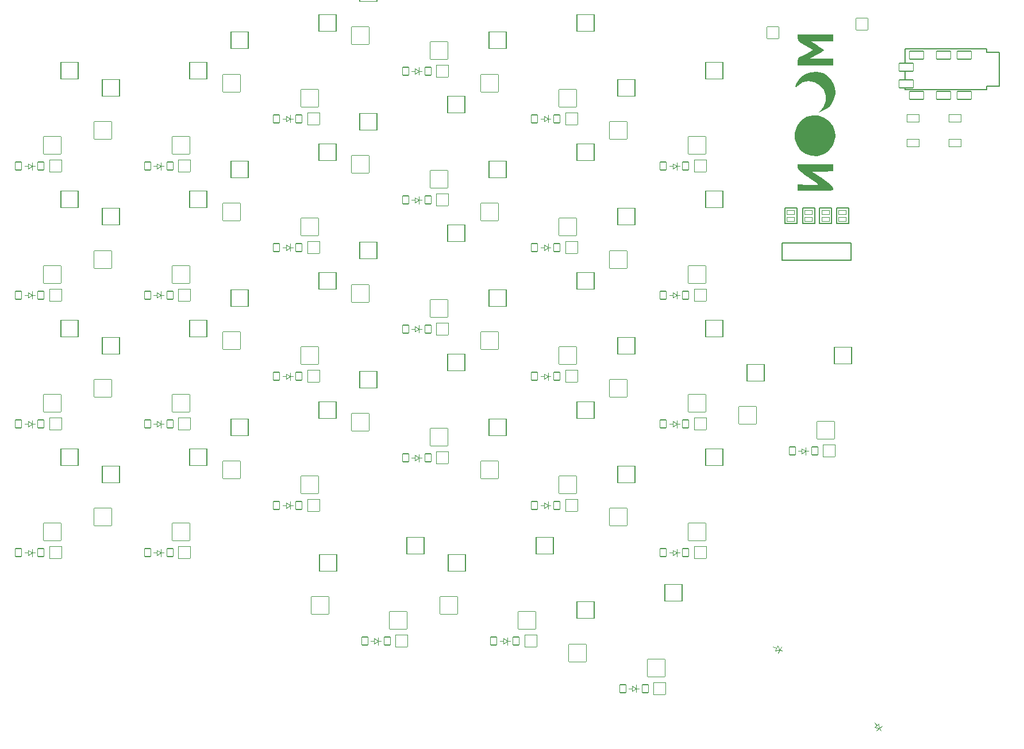
<source format=gbr>
%TF.GenerationSoftware,KiCad,Pcbnew,(6.0.10)*%
%TF.CreationDate,2023-02-13T20:56:48+01:00*%
%TF.ProjectId,insequor58_Moon60NOi2c,696e7365-7175-46f7-9235-38484d6f6f6e,v1.0.0*%
%TF.SameCoordinates,Original*%
%TF.FileFunction,Legend,Bot*%
%TF.FilePolarity,Positive*%
%FSLAX46Y46*%
G04 Gerber Fmt 4.6, Leading zero omitted, Abs format (unit mm)*
G04 Created by KiCad (PCBNEW (6.0.10)) date 2023-02-13 20:56:48*
%MOMM*%
%LPD*%
G01*
G04 APERTURE LIST*
G04 Aperture macros list*
%AMRoundRect*
0 Rectangle with rounded corners*
0 $1 Rounding radius*
0 $2 $3 $4 $5 $6 $7 $8 $9 X,Y pos of 4 corners*
0 Add a 4 corners polygon primitive as box body*
4,1,4,$2,$3,$4,$5,$6,$7,$8,$9,$2,$3,0*
0 Add four circle primitives for the rounded corners*
1,1,$1+$1,$2,$3*
1,1,$1+$1,$4,$5*
1,1,$1+$1,$6,$7*
1,1,$1+$1,$8,$9*
0 Add four rect primitives between the rounded corners*
20,1,$1+$1,$2,$3,$4,$5,0*
20,1,$1+$1,$4,$5,$6,$7,0*
20,1,$1+$1,$6,$7,$8,$9,0*
20,1,$1+$1,$8,$9,$2,$3,0*%
G04 Aperture macros list end*
%ADD10C,0.150000*%
%ADD11C,0.100000*%
%ADD12R,1.752600X1.752600*%
%ADD13C,1.752600*%
%ADD14C,4.087800*%
%ADD15C,1.801800*%
%ADD16C,3.100000*%
%ADD17RoundRect,0.050000X1.275000X1.250000X-1.275000X1.250000X-1.275000X-1.250000X1.275000X-1.250000X0*%
%ADD18C,1.497000*%
%ADD19C,3.529000*%
%ADD20RoundRect,0.050000X1.300000X1.300000X-1.300000X1.300000X-1.300000X-1.300000X1.300000X-1.300000X0*%
%ADD21RoundRect,0.050000X0.748881X0.040953X0.170372X0.730393X-0.748881X-0.040953X-0.170372X-0.730393X0*%
%ADD22C,2.005000*%
%ADD23RoundRect,0.050000X1.252452X-0.109575X0.109575X1.252452X-1.252452X0.109575X-0.109575X-1.252452X0*%
%ADD24C,3.600000*%
%ADD25RoundRect,0.050000X1.727604X0.628796X-0.628796X1.727604X-1.727604X-0.628796X0.628796X-1.727604X0*%
%ADD26RoundRect,0.050000X1.831482X-0.160234X0.160234X1.831482X-1.831482X0.160234X-0.160234X-1.831482X0*%
%ADD27RoundRect,0.050000X0.661409X0.353606X-0.154268X0.733963X-0.661409X-0.353606X0.154268X-0.733963X0*%
%ADD28RoundRect,0.050000X1.181415X0.430000X-0.430000X1.181415X-1.181415X-0.430000X0.430000X-1.181415X0*%
%ADD29C,1.300000*%
%ADD30RoundRect,0.050000X-1.050000X0.600000X-1.050000X-0.600000X1.050000X-0.600000X1.050000X0.600000X0*%
%ADD31RoundRect,0.050000X1.683815X0.594046X-0.627270X1.671723X-1.683815X-0.594046X0.627270X-1.671723X0*%
%ADD32RoundRect,0.050000X-0.876300X0.876300X-0.876300X-0.876300X0.876300X-0.876300X0.876300X0.876300X0*%
%ADD33C,1.852600*%
%ADD34RoundRect,0.050000X1.777110X-0.173222X0.138001X1.780191X-1.777110X0.173222X-0.138001X-1.780191X0*%
%ADD35RoundRect,0.050000X0.450000X0.600000X-0.450000X0.600000X-0.450000X-0.600000X0.450000X-0.600000X0*%
%ADD36RoundRect,0.050000X0.889000X0.889000X-0.889000X0.889000X-0.889000X-0.889000X0.889000X-0.889000X0*%
%ADD37RoundRect,0.050000X0.571500X-0.317500X0.571500X0.317500X-0.571500X0.317500X-0.571500X-0.317500X0*%
%ADD38RoundRect,0.050000X-0.900000X-0.550000X0.900000X-0.550000X0.900000X0.550000X-0.900000X0.550000X0*%
G04 APERTURE END LIST*
D10*
%TO.C,J3*%
X241837874Y-125794604D02*
X251997874Y-125794604D01*
X241837874Y-128334604D02*
X241837874Y-125794604D01*
X251997874Y-125794604D02*
X251997874Y-128334604D01*
X251997874Y-128334604D02*
X241837874Y-128334604D01*
D11*
%TO.C,D30*%
X255730583Y-196862718D02*
X255409189Y-196479696D01*
X256373371Y-197628762D02*
X256116256Y-197322345D01*
X256037001Y-196605603D02*
X256116256Y-197322345D01*
X256116256Y-197322345D02*
X255424165Y-197119833D01*
X256116256Y-197322345D02*
X256537580Y-196968811D01*
X255424165Y-197119833D02*
X256037001Y-196605603D01*
X256116256Y-197322345D02*
X255694931Y-197675878D01*
%TO.C,D29*%
X241473644Y-185744686D02*
X240760812Y-185853639D01*
X241473644Y-185744686D02*
X241706084Y-185246217D01*
X241836167Y-185913734D02*
X241473644Y-185744686D01*
X241098906Y-185128592D02*
X241473644Y-185744686D01*
X241473644Y-185744686D02*
X241241204Y-186243156D01*
X240929859Y-185491115D02*
X240476705Y-185279806D01*
X240760812Y-185853639D02*
X241098906Y-185128592D01*
D10*
%TO.C,J2*%
X273797619Y-97720787D02*
X273797619Y-102670787D01*
X271897619Y-97670787D02*
X273797619Y-97670787D01*
X271897619Y-103170787D02*
X259897619Y-103170787D01*
X259897619Y-103170787D02*
X259897619Y-97170787D01*
X271897619Y-103170787D02*
X271897619Y-102670787D01*
X271897619Y-102670787D02*
X273797619Y-102670787D01*
X271897619Y-97170787D02*
X271897619Y-97670787D01*
X259897619Y-97170787D02*
X271897619Y-97170787D01*
D11*
%TO.C,D22*%
X226710000Y-152440000D02*
X226310000Y-152440000D01*
X226310000Y-152440000D02*
X226310000Y-152990000D01*
X226310000Y-152440000D02*
X225710000Y-152040000D01*
X226310000Y-152440000D02*
X226310000Y-151890000D01*
X225710000Y-152440000D02*
X225210000Y-152440000D01*
X225710000Y-152840000D02*
X226310000Y-152440000D01*
X225710000Y-152040000D02*
X225710000Y-152840000D01*
%TO.C,D18*%
X207310000Y-145440000D02*
X206710000Y-145040000D01*
X206710000Y-145040000D02*
X206710000Y-145840000D01*
X207710000Y-145440000D02*
X207310000Y-145440000D01*
X206710000Y-145840000D02*
X207310000Y-145440000D01*
X207310000Y-145440000D02*
X207310000Y-144890000D01*
X207310000Y-145440000D02*
X207310000Y-145990000D01*
X206710000Y-145440000D02*
X206210000Y-145440000D01*
%TO.C,D8*%
X149710000Y-114040000D02*
X149710000Y-114840000D01*
X150310000Y-114440000D02*
X150310000Y-113890000D01*
X149710000Y-114840000D02*
X150310000Y-114440000D01*
X149710000Y-114440000D02*
X149210000Y-114440000D01*
X150710000Y-114440000D02*
X150310000Y-114440000D01*
X150310000Y-114440000D02*
X150310000Y-114990000D01*
X150310000Y-114440000D02*
X149710000Y-114040000D01*
%TO.C,D3*%
X131310000Y-133440000D02*
X131310000Y-132890000D01*
X131710000Y-133440000D02*
X131310000Y-133440000D01*
X130710000Y-133040000D02*
X130710000Y-133840000D01*
X131310000Y-133440000D02*
X130710000Y-133040000D01*
X130710000Y-133440000D02*
X130210000Y-133440000D01*
X130710000Y-133840000D02*
X131310000Y-133440000D01*
X131310000Y-133440000D02*
X131310000Y-133990000D01*
%TO.C,D25*%
X182710000Y-184440000D02*
X182310000Y-184440000D01*
X181710000Y-184840000D02*
X182310000Y-184440000D01*
X181710000Y-184440000D02*
X181210000Y-184440000D01*
X182310000Y-184440000D02*
X182310000Y-184990000D01*
X181710000Y-184040000D02*
X181710000Y-184840000D01*
X182310000Y-184440000D02*
X181710000Y-184040000D01*
X182310000Y-184440000D02*
X182310000Y-183890000D01*
D10*
%TO.C,JP4*%
X251598085Y-122912440D02*
X251598085Y-120626440D01*
X249820085Y-122912440D02*
X251598085Y-122912440D01*
X251598085Y-120626440D02*
X249820085Y-120626440D01*
X249820085Y-120626440D02*
X249820085Y-122912440D01*
D11*
%TO.C,D17*%
X206710000Y-164040000D02*
X206710000Y-164840000D01*
X206710000Y-164840000D02*
X207310000Y-164440000D01*
X207310000Y-164440000D02*
X206710000Y-164040000D01*
X207310000Y-164440000D02*
X207310000Y-164990000D01*
X207310000Y-164440000D02*
X207310000Y-163890000D01*
X206710000Y-164440000D02*
X206210000Y-164440000D01*
X207710000Y-164440000D02*
X207310000Y-164440000D01*
%TO.C,D27*%
X219710000Y-191840000D02*
X220310000Y-191440000D01*
X219710000Y-191040000D02*
X219710000Y-191840000D01*
X220310000Y-191440000D02*
X219710000Y-191040000D01*
X220310000Y-191440000D02*
X220310000Y-190890000D01*
X220310000Y-191440000D02*
X220310000Y-191990000D01*
X220710000Y-191440000D02*
X220310000Y-191440000D01*
X219710000Y-191440000D02*
X219210000Y-191440000D01*
%TO.C,D2*%
X131710000Y-152440000D02*
X131310000Y-152440000D01*
X130710000Y-152440000D02*
X130210000Y-152440000D01*
X131310000Y-152440000D02*
X131310000Y-152990000D01*
X130710000Y-152840000D02*
X131310000Y-152440000D01*
X130710000Y-152040000D02*
X130710000Y-152840000D01*
X131310000Y-152440000D02*
X131310000Y-151890000D01*
X131310000Y-152440000D02*
X130710000Y-152040000D01*
D10*
%TO.C,JP2*%
X244819849Y-122912111D02*
X246597849Y-122912111D01*
X246597849Y-120626111D02*
X244819849Y-120626111D01*
X246597849Y-122912111D02*
X246597849Y-120626111D01*
X244819849Y-120626111D02*
X244819849Y-122912111D01*
D11*
%TO.C,D5*%
X150310000Y-171440000D02*
X149710000Y-171040000D01*
X149710000Y-171040000D02*
X149710000Y-171840000D01*
X149710000Y-171840000D02*
X150310000Y-171440000D01*
X150710000Y-171440000D02*
X150310000Y-171440000D01*
X149710000Y-171440000D02*
X149210000Y-171440000D01*
X150310000Y-171440000D02*
X150310000Y-171990000D01*
X150310000Y-171440000D02*
X150310000Y-170890000D01*
%TO.C,D20*%
X206710000Y-107840000D02*
X207310000Y-107440000D01*
X206710000Y-107440000D02*
X206210000Y-107440000D01*
X206710000Y-107040000D02*
X206710000Y-107840000D01*
X207310000Y-107440000D02*
X207310000Y-107990000D01*
X207310000Y-107440000D02*
X207310000Y-106890000D01*
X207710000Y-107440000D02*
X207310000Y-107440000D01*
X207310000Y-107440000D02*
X206710000Y-107040000D01*
D10*
%TO.C,JP3*%
X249097849Y-120626111D02*
X247319849Y-120626111D01*
X247319849Y-122912111D02*
X249097849Y-122912111D01*
X249097849Y-122912111D02*
X249097849Y-120626111D01*
X247319849Y-120626111D02*
X247319849Y-122912111D01*
%TO.C,G\u002A\u002A\u002A*%
G36*
X247173862Y-106981362D02*
G01*
X248003380Y-107266741D01*
X248732287Y-107805749D01*
X249298676Y-108598387D01*
X249401281Y-108823941D01*
X249600528Y-109433045D01*
X249679676Y-109958141D01*
X249665552Y-110149182D01*
X249530472Y-110733259D01*
X249298676Y-111317894D01*
X249175516Y-111540135D01*
X248562631Y-112269275D01*
X247802726Y-112744786D01*
X246957710Y-112966667D01*
X246089489Y-112934919D01*
X245259971Y-112649540D01*
X244531064Y-112110532D01*
X243964675Y-111317894D01*
X243643759Y-110405810D01*
X243642299Y-109518520D01*
X243964675Y-108598387D01*
X244087835Y-108376146D01*
X244700720Y-107647006D01*
X245460625Y-107171495D01*
X246305641Y-106949614D01*
X247173862Y-106981362D01*
G37*
G36*
X247773917Y-100735932D02*
G01*
X248419091Y-101067448D01*
X248951138Y-101553185D01*
X249361205Y-102253474D01*
X249414529Y-102378375D01*
X249598095Y-102979017D01*
X249672238Y-103523474D01*
X249638874Y-103875488D01*
X249437788Y-104585920D01*
X249110981Y-105265637D01*
X248723727Y-105760682D01*
X248660026Y-105812901D01*
X248243338Y-106078068D01*
X247737621Y-106326181D01*
X247077962Y-106601804D01*
X247608466Y-105997593D01*
X247853568Y-105679037D01*
X248214725Y-104869727D01*
X248256884Y-104040629D01*
X247983251Y-103244260D01*
X247397032Y-102533136D01*
X247301965Y-102453329D01*
X246524012Y-102021977D01*
X245690601Y-101894230D01*
X244870883Y-102069768D01*
X244134009Y-102548271D01*
X243992025Y-102675213D01*
X243803588Y-102780567D01*
X243753009Y-102646699D01*
X243874137Y-102230594D01*
X244219909Y-101720184D01*
X244712098Y-101231193D01*
X245271922Y-100856474D01*
X245976845Y-100580947D01*
X246865560Y-100499979D01*
X247773917Y-100735932D01*
G37*
G36*
X249341009Y-96072807D02*
G01*
X246049605Y-96072807D01*
X247017974Y-96678525D01*
X247022265Y-96681211D01*
X247508056Y-96993631D01*
X247854319Y-97232412D01*
X247986342Y-97346053D01*
X247984703Y-97350429D01*
X247821970Y-97472200D01*
X247445006Y-97706761D01*
X246928009Y-98007723D01*
X245869676Y-98607585D01*
X247605342Y-98610196D01*
X249341009Y-98612807D01*
X249341009Y-99628807D01*
X244091676Y-99628807D01*
X244091676Y-99036141D01*
X244092752Y-98959070D01*
X244134676Y-98591846D01*
X244218676Y-98441355D01*
X244418079Y-98363014D01*
X244822647Y-98157899D01*
X245343859Y-97870686D01*
X246342043Y-97302137D01*
X245216859Y-96672898D01*
X245156438Y-96639027D01*
X244597186Y-96307624D01*
X244274828Y-96057117D01*
X244127084Y-95825367D01*
X244091676Y-95550233D01*
X244091676Y-95056807D01*
X249341009Y-95056807D01*
X249341009Y-96072807D01*
G37*
G36*
X249341009Y-115194765D02*
G01*
X247774676Y-115243453D01*
X246208342Y-115292141D01*
X247773867Y-116308141D01*
X247896961Y-116388347D01*
X248590452Y-116860480D01*
X249034417Y-117212583D01*
X249270463Y-117481766D01*
X249340200Y-117705141D01*
X249335925Y-117821351D01*
X249290902Y-117932296D01*
X249155445Y-118006904D01*
X248879907Y-118052383D01*
X248414641Y-118075943D01*
X247710002Y-118084793D01*
X246716342Y-118086141D01*
X244091676Y-118086141D01*
X244090898Y-117154807D01*
X245615287Y-117209158D01*
X245957526Y-117217805D01*
X246563610Y-117212578D01*
X246982045Y-117180079D01*
X247137584Y-117124491D01*
X247055166Y-117027733D01*
X246737639Y-116777862D01*
X246237258Y-116427217D01*
X245613584Y-116019004D01*
X245215250Y-115762808D01*
X244650887Y-115374794D01*
X244307859Y-115085022D01*
X244137632Y-114848942D01*
X244091676Y-114622004D01*
X244091676Y-114191474D01*
X249341009Y-114191474D01*
X249341009Y-115194765D01*
G37*
D11*
%TO.C,D19*%
X207310000Y-126440000D02*
X207310000Y-126990000D01*
X207310000Y-126440000D02*
X206710000Y-126040000D01*
X207310000Y-126440000D02*
X207310000Y-125890000D01*
X206710000Y-126040000D02*
X206710000Y-126840000D01*
X206710000Y-126840000D02*
X207310000Y-126440000D01*
X206710000Y-126440000D02*
X206210000Y-126440000D01*
X207710000Y-126440000D02*
X207310000Y-126440000D01*
%TO.C,D7*%
X150310000Y-133440000D02*
X150310000Y-133990000D01*
X149710000Y-133040000D02*
X149710000Y-133840000D01*
X149710000Y-133440000D02*
X149210000Y-133440000D01*
X150310000Y-133440000D02*
X149710000Y-133040000D01*
X150310000Y-133440000D02*
X150310000Y-132890000D01*
X149710000Y-133840000D02*
X150310000Y-133440000D01*
X150710000Y-133440000D02*
X150310000Y-133440000D01*
%TO.C,D24*%
X226310000Y-114440000D02*
X225710000Y-114040000D01*
X226310000Y-114440000D02*
X226310000Y-113890000D01*
X225710000Y-114040000D02*
X225710000Y-114840000D01*
X225710000Y-114440000D02*
X225210000Y-114440000D01*
X225710000Y-114840000D02*
X226310000Y-114440000D01*
X226310000Y-114440000D02*
X226310000Y-114990000D01*
X226710000Y-114440000D02*
X226310000Y-114440000D01*
%TO.C,D6*%
X150310000Y-152440000D02*
X150310000Y-151890000D01*
X150310000Y-152440000D02*
X150310000Y-152990000D01*
X150710000Y-152440000D02*
X150310000Y-152440000D01*
X149710000Y-152040000D02*
X149710000Y-152840000D01*
X150310000Y-152440000D02*
X149710000Y-152040000D01*
X149710000Y-152440000D02*
X149210000Y-152440000D01*
X149710000Y-152840000D02*
X150310000Y-152440000D01*
%TO.C,D4*%
X130710000Y-114040000D02*
X130710000Y-114840000D01*
X131310000Y-114440000D02*
X130710000Y-114040000D01*
X131310000Y-114440000D02*
X131310000Y-114990000D01*
X131310000Y-114440000D02*
X131310000Y-113890000D01*
X130710000Y-114840000D02*
X131310000Y-114440000D01*
X130710000Y-114440000D02*
X130210000Y-114440000D01*
X131710000Y-114440000D02*
X131310000Y-114440000D01*
%TO.C,D23*%
X226310000Y-133440000D02*
X226310000Y-133990000D01*
X226710000Y-133440000D02*
X226310000Y-133440000D01*
X226310000Y-133440000D02*
X225710000Y-133040000D01*
X225710000Y-133040000D02*
X225710000Y-133840000D01*
X225710000Y-133840000D02*
X226310000Y-133440000D01*
X225710000Y-133440000D02*
X225210000Y-133440000D01*
X226310000Y-133440000D02*
X226310000Y-132890000D01*
%TO.C,D11*%
X168710000Y-126040000D02*
X168710000Y-126840000D01*
X169310000Y-126440000D02*
X169310000Y-126990000D01*
X168710000Y-126840000D02*
X169310000Y-126440000D01*
X169710000Y-126440000D02*
X169310000Y-126440000D01*
X169310000Y-126440000D02*
X168710000Y-126040000D01*
X169310000Y-126440000D02*
X169310000Y-125890000D01*
X168710000Y-126440000D02*
X168210000Y-126440000D01*
%TO.C,D21*%
X225710000Y-171040000D02*
X225710000Y-171840000D01*
X226310000Y-171440000D02*
X226310000Y-171990000D01*
X225710000Y-171840000D02*
X226310000Y-171440000D01*
X226310000Y-171440000D02*
X225710000Y-171040000D01*
X225710000Y-171440000D02*
X225210000Y-171440000D01*
X226310000Y-171440000D02*
X226310000Y-170890000D01*
X226710000Y-171440000D02*
X226310000Y-171440000D01*
%TO.C,D10*%
X169310000Y-145440000D02*
X168710000Y-145040000D01*
X168710000Y-145040000D02*
X168710000Y-145840000D01*
X169710000Y-145440000D02*
X169310000Y-145440000D01*
X169310000Y-145440000D02*
X169310000Y-144890000D01*
X168710000Y-145440000D02*
X168210000Y-145440000D01*
X168710000Y-145840000D02*
X169310000Y-145440000D01*
X169310000Y-145440000D02*
X169310000Y-145990000D01*
%TO.C,D1*%
X130710000Y-171040000D02*
X130710000Y-171840000D01*
X131310000Y-171440000D02*
X131310000Y-171990000D01*
X130710000Y-171440000D02*
X130210000Y-171440000D01*
X131710000Y-171440000D02*
X131310000Y-171440000D01*
X131310000Y-171440000D02*
X130710000Y-171040000D01*
X130710000Y-171840000D02*
X131310000Y-171440000D01*
X131310000Y-171440000D02*
X131310000Y-170890000D01*
%TO.C,D12*%
X168710000Y-107040000D02*
X168710000Y-107840000D01*
X169710000Y-107440000D02*
X169310000Y-107440000D01*
X169310000Y-107440000D02*
X168710000Y-107040000D01*
X168710000Y-107440000D02*
X168210000Y-107440000D01*
X169310000Y-107440000D02*
X169310000Y-107990000D01*
X169310000Y-107440000D02*
X169310000Y-106890000D01*
X168710000Y-107840000D02*
X169310000Y-107440000D01*
%TO.C,D9*%
X169310000Y-164440000D02*
X169310000Y-163890000D01*
X168710000Y-164840000D02*
X169310000Y-164440000D01*
X169310000Y-164440000D02*
X169310000Y-164990000D01*
X169310000Y-164440000D02*
X168710000Y-164040000D01*
X168710000Y-164040000D02*
X168710000Y-164840000D01*
X168710000Y-164440000D02*
X168210000Y-164440000D01*
X169710000Y-164440000D02*
X169310000Y-164440000D01*
%TO.C,D13*%
X188310000Y-157440000D02*
X187710000Y-157040000D01*
X187710000Y-157040000D02*
X187710000Y-157840000D01*
X187710000Y-157440000D02*
X187210000Y-157440000D01*
X188310000Y-157440000D02*
X188310000Y-157990000D01*
X187710000Y-157840000D02*
X188310000Y-157440000D01*
X188710000Y-157440000D02*
X188310000Y-157440000D01*
X188310000Y-157440000D02*
X188310000Y-156890000D01*
%TO.C,D26*%
X201310000Y-184440000D02*
X201310000Y-184990000D01*
X201310000Y-184440000D02*
X201310000Y-183890000D01*
X200710000Y-184440000D02*
X200210000Y-184440000D01*
X201710000Y-184440000D02*
X201310000Y-184440000D01*
X200710000Y-184840000D02*
X201310000Y-184440000D01*
X201310000Y-184440000D02*
X200710000Y-184040000D01*
X200710000Y-184040000D02*
X200710000Y-184840000D01*
D10*
%TO.C,JP1*%
X242219849Y-120626111D02*
X242219849Y-122912111D01*
X243997849Y-120626111D02*
X242219849Y-120626111D01*
X242219849Y-122912111D02*
X243997849Y-122912111D01*
X243997849Y-122912111D02*
X243997849Y-120626111D01*
D11*
%TO.C,D15*%
X188310000Y-119440000D02*
X188310000Y-119990000D01*
X187710000Y-119040000D02*
X187710000Y-119840000D01*
X188310000Y-119440000D02*
X188310000Y-118890000D01*
X187710000Y-119440000D02*
X187210000Y-119440000D01*
X188710000Y-119440000D02*
X188310000Y-119440000D01*
X187710000Y-119840000D02*
X188310000Y-119440000D01*
X188310000Y-119440000D02*
X187710000Y-119040000D01*
%TO.C,D28*%
X245310000Y-156440000D02*
X245310000Y-156990000D01*
X244710000Y-156840000D02*
X245310000Y-156440000D01*
X245310000Y-156440000D02*
X244710000Y-156040000D01*
X245710000Y-156440000D02*
X245310000Y-156440000D01*
X244710000Y-156040000D02*
X244710000Y-156840000D01*
X244710000Y-156440000D02*
X244210000Y-156440000D01*
X245310000Y-156440000D02*
X245310000Y-155890000D01*
%TO.C,D14*%
X187710000Y-138840000D02*
X188310000Y-138440000D01*
X187710000Y-138040000D02*
X187710000Y-138840000D01*
X187710000Y-138440000D02*
X187210000Y-138440000D01*
X188710000Y-138440000D02*
X188310000Y-138440000D01*
X188310000Y-138440000D02*
X187710000Y-138040000D01*
X188310000Y-138440000D02*
X188310000Y-137890000D01*
X188310000Y-138440000D02*
X188310000Y-138990000D01*
%TO.C,D16*%
X187710000Y-100440000D02*
X187210000Y-100440000D01*
X187710000Y-100840000D02*
X188310000Y-100440000D01*
X188310000Y-100440000D02*
X187710000Y-100040000D01*
X188310000Y-100440000D02*
X188310000Y-100990000D01*
X188710000Y-100440000D02*
X188310000Y-100440000D01*
X187710000Y-100040000D02*
X187710000Y-100840000D01*
X188310000Y-100440000D02*
X188310000Y-99890000D01*
%TD*%
D12*
%TO.C,MCU2*%
X240429495Y-94768135D03*
D13*
X240429495Y-97308135D03*
X240429495Y-99848135D03*
X240429495Y-102388135D03*
X240429495Y-104928135D03*
X240429495Y-107468135D03*
X240429495Y-110008135D03*
X240429495Y-112548135D03*
X240429495Y-115088135D03*
X240429495Y-117628135D03*
X240429495Y-120168135D03*
X240429495Y-122708135D03*
X255669495Y-94768135D03*
X255669495Y-97308135D03*
X255669495Y-99848135D03*
X255669495Y-102388135D03*
X255669495Y-104928135D03*
X255669495Y-107468135D03*
X255669495Y-110008135D03*
X255669495Y-112548135D03*
X255669495Y-115088135D03*
X255669495Y-117628135D03*
X255669495Y-120168135D03*
X255669495Y-122708135D03*
%TD*%
D12*
%TO.C,MCU1*%
X253580000Y-93470000D03*
D13*
X253580000Y-96010000D03*
X253580000Y-98550000D03*
X253580000Y-101090000D03*
X253580000Y-103630000D03*
X253580000Y-106170000D03*
X253580000Y-108710000D03*
X253580000Y-111250000D03*
X253580000Y-113790000D03*
X253580000Y-116330000D03*
X253580000Y-118870000D03*
X253580000Y-121410000D03*
X238340000Y-93470000D03*
X238340000Y-96010000D03*
X238340000Y-98550000D03*
X238340000Y-101090000D03*
X238340000Y-103630000D03*
X238340000Y-106170000D03*
X238340000Y-108710000D03*
X238340000Y-111250000D03*
X238340000Y-113790000D03*
X238340000Y-116330000D03*
X238340000Y-118870000D03*
X238340000Y-121410000D03*
%TD*%
%LPC*%
%TO.C,G\u002A\u002A\u002A*%
G36*
X253778265Y-137846699D02*
G01*
X253728826Y-137955020D01*
X253593606Y-138105734D01*
X253397570Y-138210246D01*
X253367861Y-138219988D01*
X253159958Y-138244734D01*
X252960209Y-138199158D01*
X252784800Y-138089499D01*
X252649915Y-137921996D01*
X252578668Y-137734609D01*
X252571809Y-137594427D01*
X252819481Y-137594427D01*
X252831594Y-137746867D01*
X252889108Y-137880686D01*
X252992822Y-137973971D01*
X253156003Y-138024853D01*
X253306680Y-138007637D01*
X253428749Y-137927738D01*
X253510546Y-137792894D01*
X253540403Y-137610839D01*
X253537175Y-137536722D01*
X253505595Y-137426419D01*
X253426178Y-137326457D01*
X253322898Y-137248006D01*
X253179855Y-137214222D01*
X253018997Y-137255625D01*
X252928267Y-137321326D01*
X252851972Y-137445277D01*
X252819481Y-137594427D01*
X252571809Y-137594427D01*
X252568773Y-137532389D01*
X252621598Y-137343315D01*
X252730475Y-137181435D01*
X252888733Y-137060802D01*
X253089704Y-136995464D01*
X253187814Y-136989055D01*
X253382486Y-137026658D01*
X253552248Y-137123204D01*
X253686904Y-137266087D01*
X253776256Y-137442701D01*
X253805041Y-137610839D01*
X253810109Y-137640440D01*
X253778265Y-137846699D01*
G37*
G36*
X251404765Y-129413294D02*
G01*
X251501414Y-129428636D01*
X251632629Y-129454228D01*
X252033522Y-129571309D01*
X252422500Y-129756316D01*
X252770399Y-129996746D01*
X253073186Y-130285228D01*
X253326826Y-130614394D01*
X253527284Y-130976872D01*
X253670526Y-131365293D01*
X253752517Y-131772286D01*
X253769223Y-132190482D01*
X253716609Y-132612510D01*
X253590641Y-133031001D01*
X253545717Y-133136640D01*
X253363349Y-133472306D01*
X253134253Y-133788899D01*
X252874003Y-134066725D01*
X252598172Y-134286091D01*
X252457017Y-134379155D01*
X251078438Y-134367477D01*
X249699860Y-134355800D01*
X249539285Y-134244976D01*
X249465777Y-134189757D01*
X249294550Y-134036845D01*
X249114973Y-133850577D01*
X248948316Y-133653761D01*
X248815846Y-133469204D01*
X248805070Y-133451717D01*
X248733803Y-133317633D01*
X248657383Y-133149198D01*
X248583849Y-132967255D01*
X248521236Y-132792646D01*
X248477583Y-132646213D01*
X248460926Y-132548800D01*
X248474316Y-132528815D01*
X248524584Y-132566575D01*
X248613420Y-132670487D01*
X248725772Y-132801779D01*
X249019628Y-133066259D01*
X249347545Y-133268010D01*
X249700321Y-133406447D01*
X250068755Y-133480984D01*
X250443648Y-133491036D01*
X250815798Y-133436019D01*
X251176005Y-133315346D01*
X251515069Y-133128433D01*
X251823789Y-132874694D01*
X251857915Y-132840126D01*
X251993371Y-132689321D01*
X252116907Y-132533013D01*
X252205361Y-132400013D01*
X252312694Y-132166885D01*
X252402557Y-131885848D01*
X252462962Y-131596801D01*
X252484749Y-131334674D01*
X252470723Y-131105593D01*
X252393378Y-130735166D01*
X252254893Y-130380266D01*
X252062611Y-130054862D01*
X251823871Y-129772923D01*
X251546016Y-129548418D01*
X251460170Y-129490801D01*
X251387165Y-129436759D01*
X251363452Y-129411542D01*
X251363491Y-129411505D01*
X251404765Y-129413294D01*
G37*
G36*
X255142557Y-138228232D02*
G01*
X254910926Y-138228232D01*
X254899741Y-137847232D01*
X254888557Y-137466232D01*
X254752428Y-137690924D01*
X254681036Y-137804034D01*
X254624582Y-137884805D01*
X254595371Y-137915617D01*
X254594141Y-137915307D01*
X254563380Y-137878121D01*
X254507769Y-137791049D01*
X254438423Y-137671386D01*
X254302403Y-137427155D01*
X254291267Y-137827694D01*
X254280131Y-138228232D01*
X254048403Y-138228232D01*
X254048403Y-137016848D01*
X254182527Y-137016848D01*
X254192802Y-137016896D01*
X254264396Y-137024504D01*
X254318881Y-137055866D01*
X254373541Y-137126399D01*
X254445663Y-137251520D01*
X254448111Y-137255960D01*
X254516313Y-137370664D01*
X254572633Y-137449651D01*
X254605093Y-137476053D01*
X254635156Y-137445204D01*
X254693174Y-137363762D01*
X254764177Y-137251150D01*
X254805209Y-137184734D01*
X254875486Y-137090365D01*
X254940148Y-137042357D01*
X255017700Y-137024141D01*
X255142557Y-137011896D01*
X255142557Y-138228232D01*
G37*
G36*
X250227219Y-137397352D02*
G01*
X250238403Y-137777857D01*
X250472865Y-137398614D01*
X250497301Y-137359299D01*
X250603292Y-137196392D01*
X250682663Y-137091517D01*
X250743362Y-137035235D01*
X250793339Y-137018109D01*
X250817175Y-137018759D01*
X250843155Y-137028797D01*
X250861204Y-137059838D01*
X250873170Y-137123311D01*
X250880898Y-137230643D01*
X250886236Y-137393262D01*
X250891031Y-137622596D01*
X250902711Y-138228345D01*
X250796716Y-138228288D01*
X250690721Y-138228232D01*
X250679485Y-137866771D01*
X250668249Y-137505309D01*
X250433788Y-137866288D01*
X250417269Y-137891629D01*
X250307566Y-138052816D01*
X250225703Y-138156193D01*
X250163157Y-138211318D01*
X250111403Y-138227750D01*
X250096317Y-138227645D01*
X250065916Y-138221731D01*
X250045426Y-138198072D01*
X250032893Y-138144586D01*
X250026360Y-138049192D01*
X250023874Y-137899808D01*
X250023480Y-137684351D01*
X250023346Y-137626098D01*
X250020839Y-137428806D01*
X250015649Y-137260985D01*
X250008411Y-137138860D01*
X249999761Y-137078659D01*
X249994140Y-137058483D01*
X250013935Y-137025709D01*
X250096038Y-137016848D01*
X250216035Y-137016848D01*
X250227219Y-137397352D01*
G37*
G36*
X249610026Y-138042308D02*
G01*
X249484387Y-138170679D01*
X249317230Y-138238661D01*
X249248074Y-138246528D01*
X249170361Y-138242284D01*
X249131865Y-138234997D01*
X249039453Y-138228232D01*
X249009839Y-138222153D01*
X248922659Y-138174629D01*
X248827726Y-138095371D01*
X248748184Y-138005103D01*
X248705370Y-137911600D01*
X248694865Y-137788084D01*
X248698000Y-137762508D01*
X248931762Y-137762508D01*
X248945090Y-137876159D01*
X249000788Y-137968176D01*
X249009206Y-137975372D01*
X249115251Y-138022372D01*
X249238298Y-138023187D01*
X249355042Y-137985042D01*
X249442179Y-137915158D01*
X249476403Y-137820761D01*
X249469184Y-137783752D01*
X249407617Y-137706886D01*
X249303156Y-137646738D01*
X249180183Y-137611638D01*
X249063077Y-137609914D01*
X248976219Y-137649894D01*
X248963698Y-137664704D01*
X248931762Y-137762508D01*
X248698000Y-137762508D01*
X248712210Y-137646578D01*
X248784962Y-137513645D01*
X248914732Y-137434080D01*
X249101806Y-137407617D01*
X249144934Y-137408698D01*
X249289042Y-137428675D01*
X249389555Y-137468448D01*
X249414405Y-137484702D01*
X249466528Y-137503224D01*
X249472825Y-137474970D01*
X249435681Y-137410846D01*
X249357480Y-137321758D01*
X249306078Y-137272978D01*
X249237042Y-137228430D01*
X249154025Y-137214164D01*
X249025326Y-137220518D01*
X249024287Y-137220604D01*
X248902656Y-137228813D01*
X248839545Y-137221985D01*
X248815758Y-137192054D01*
X248812096Y-137130959D01*
X248821401Y-137060679D01*
X248864694Y-137021873D01*
X248964002Y-136998053D01*
X249049429Y-136988372D01*
X249264531Y-137010381D01*
X249446856Y-137097093D01*
X249587774Y-137240766D01*
X249678654Y-137433657D01*
X249710865Y-137668024D01*
X249692635Y-137820761D01*
X249687587Y-137863059D01*
X249610026Y-138042308D01*
G37*
G36*
X248440035Y-137841784D02*
G01*
X248365180Y-138010421D01*
X248248158Y-138143455D01*
X248090640Y-138224775D01*
X248002833Y-138241614D01*
X247818225Y-138223876D01*
X247653507Y-138135569D01*
X247520838Y-137981878D01*
X247505197Y-137952893D01*
X247458297Y-137794775D01*
X247447967Y-137659787D01*
X247675609Y-137659787D01*
X247699615Y-137808347D01*
X247759855Y-137929885D01*
X247830741Y-137997173D01*
X247942123Y-138036157D01*
X248052031Y-138012730D01*
X248147437Y-137934586D01*
X248215313Y-137809413D01*
X248242628Y-137644904D01*
X248241121Y-137583008D01*
X248203866Y-137409488D01*
X248122744Y-137287049D01*
X248005111Y-137223681D01*
X247858320Y-137227373D01*
X247790971Y-137266195D01*
X247724289Y-137367290D01*
X247684835Y-137505628D01*
X247675609Y-137659787D01*
X247447967Y-137659787D01*
X247443710Y-137604158D01*
X247461779Y-137412512D01*
X247512849Y-137251309D01*
X247561879Y-137173628D01*
X247695636Y-137057858D01*
X247860885Y-136999488D01*
X248038659Y-137003336D01*
X248209992Y-137074221D01*
X248284351Y-137133487D01*
X248394880Y-137283397D01*
X248456556Y-137462159D01*
X248470388Y-137644904D01*
X248471051Y-137653659D01*
X248440035Y-137841784D01*
G37*
G36*
X252371496Y-137846699D02*
G01*
X252322057Y-137955020D01*
X252186837Y-138105734D01*
X251990801Y-138210246D01*
X251961092Y-138219988D01*
X251753189Y-138244734D01*
X251553440Y-138199158D01*
X251378030Y-138089499D01*
X251243146Y-137921996D01*
X251171899Y-137734609D01*
X251165040Y-137594427D01*
X251412712Y-137594427D01*
X251424824Y-137746867D01*
X251482339Y-137880686D01*
X251586052Y-137973971D01*
X251749234Y-138024853D01*
X251899911Y-138007637D01*
X252021980Y-137927738D01*
X252103776Y-137792894D01*
X252133634Y-137610839D01*
X252130405Y-137536722D01*
X252098825Y-137426419D01*
X252019409Y-137326457D01*
X251916129Y-137248006D01*
X251773086Y-137214222D01*
X251612227Y-137255625D01*
X251521498Y-137321326D01*
X251445203Y-137445277D01*
X251412712Y-137594427D01*
X251165040Y-137594427D01*
X251162004Y-137532389D01*
X251214829Y-137343315D01*
X251323706Y-137181435D01*
X251481964Y-137060802D01*
X251682935Y-136995464D01*
X251781045Y-136989055D01*
X251975717Y-137026658D01*
X252145479Y-137123204D01*
X252280134Y-137266087D01*
X252369487Y-137442701D01*
X252398271Y-137610839D01*
X252403339Y-137640440D01*
X252371496Y-137846699D01*
G37*
G36*
X250726035Y-134442480D02*
G01*
X251266459Y-134446336D01*
X251793721Y-134453325D01*
X252298541Y-134463332D01*
X252771640Y-134476240D01*
X253203739Y-134491933D01*
X253585557Y-134510293D01*
X253907814Y-134531206D01*
X254161232Y-134554554D01*
X254234870Y-134563181D01*
X254391444Y-134584983D01*
X254483047Y-134605530D01*
X254519275Y-134627554D01*
X254509720Y-134653787D01*
X254462679Y-134671066D01*
X254344346Y-134691106D01*
X254165561Y-134711207D01*
X253935649Y-134730594D01*
X253663935Y-134748490D01*
X253359745Y-134764119D01*
X253032403Y-134776705D01*
X252960817Y-134779061D01*
X252731340Y-134787378D01*
X252536751Y-134795595D01*
X252387860Y-134803178D01*
X252295475Y-134809595D01*
X252270403Y-134814312D01*
X252298563Y-134820204D01*
X252393223Y-134836329D01*
X252534486Y-134858587D01*
X252703920Y-134884015D01*
X252957603Y-134927109D01*
X253150633Y-134974227D01*
X253266992Y-135022912D01*
X253305942Y-135072932D01*
X253291155Y-135098077D01*
X253227788Y-135129833D01*
X253170016Y-135148805D01*
X253152805Y-135170399D01*
X253202967Y-135189132D01*
X253323197Y-135205502D01*
X253516188Y-135220010D01*
X253784634Y-135233156D01*
X254059267Y-135247033D01*
X254389674Y-135270832D01*
X254692251Y-135300389D01*
X254958613Y-135334443D01*
X255180379Y-135371732D01*
X255349162Y-135410995D01*
X255456580Y-135450971D01*
X255494249Y-135490398D01*
X255484748Y-135511314D01*
X255410362Y-135553675D01*
X255267536Y-135595513D01*
X255062757Y-135635817D01*
X254802511Y-135673576D01*
X254493286Y-135707780D01*
X254141568Y-135737420D01*
X253753844Y-135761483D01*
X253688501Y-135764786D01*
X253236091Y-135783186D01*
X252771226Y-135794907D01*
X252300377Y-135800283D01*
X251830014Y-135799650D01*
X251366606Y-135793342D01*
X250916625Y-135781694D01*
X250486540Y-135765040D01*
X250082822Y-135743715D01*
X249711940Y-135718053D01*
X249380366Y-135688389D01*
X249094569Y-135655059D01*
X248861019Y-135618395D01*
X248686187Y-135578734D01*
X248576543Y-135536409D01*
X248538557Y-135491756D01*
X248538761Y-135484038D01*
X248548326Y-135453182D01*
X248554508Y-135451670D01*
X248612422Y-135433059D01*
X248708672Y-135400170D01*
X248752562Y-135384544D01*
X248792727Y-135366131D01*
X248789794Y-135353071D01*
X248735035Y-135342830D01*
X248619724Y-135332868D01*
X248435134Y-135320650D01*
X248341414Y-135314023D01*
X248097359Y-135292616D01*
X247848436Y-135266137D01*
X247636117Y-135238834D01*
X247527098Y-135221937D01*
X247298081Y-135176936D01*
X247146786Y-135130703D01*
X247072919Y-135083754D01*
X247076186Y-135036602D01*
X247156293Y-134989763D01*
X247312945Y-134943752D01*
X247545849Y-134899083D01*
X247854711Y-134856271D01*
X248284557Y-134804562D01*
X247628651Y-134775607D01*
X247506227Y-134769845D01*
X247255029Y-134756082D01*
X247014653Y-134740609D01*
X246807527Y-134724926D01*
X246656077Y-134710535D01*
X246484184Y-134687885D01*
X246353342Y-134661621D01*
X246299793Y-134635909D01*
X246323073Y-134610828D01*
X246422715Y-134586454D01*
X246598256Y-134562865D01*
X246849229Y-134540140D01*
X247175170Y-134518354D01*
X247575614Y-134497587D01*
X248050096Y-134477916D01*
X248151275Y-134474280D01*
X248618314Y-134460722D01*
X249118589Y-134450879D01*
X249642820Y-134444635D01*
X250181729Y-134441874D01*
X250726035Y-134442480D01*
G37*
G36*
X250299962Y-135935327D02*
G01*
X250595670Y-135943697D01*
X250844096Y-135957268D01*
X251116867Y-135978905D01*
X251334502Y-136000141D01*
X251490063Y-136021262D01*
X251591754Y-136043671D01*
X251647782Y-136068772D01*
X251666351Y-136097970D01*
X251660579Y-136116646D01*
X251609208Y-136147627D01*
X251499463Y-136175637D01*
X251324754Y-136202139D01*
X251078492Y-136228599D01*
X250969480Y-136239945D01*
X250870064Y-136253494D01*
X250831251Y-136263741D01*
X250861680Y-136269074D01*
X250925382Y-136273330D01*
X250985996Y-136288043D01*
X250982259Y-136308330D01*
X250922502Y-136330172D01*
X250815055Y-136349547D01*
X250668249Y-136362435D01*
X250622772Y-136364569D01*
X250404400Y-136371862D01*
X250134306Y-136377425D01*
X249828722Y-136381236D01*
X249503880Y-136383272D01*
X249176011Y-136383508D01*
X248861346Y-136381923D01*
X248576118Y-136378493D01*
X248336556Y-136373196D01*
X248158894Y-136366007D01*
X248081130Y-136360958D01*
X247908847Y-136344394D01*
X247797045Y-136325545D01*
X247749146Y-136306735D01*
X247768572Y-136290290D01*
X247858748Y-136278532D01*
X248023094Y-136273788D01*
X248102829Y-136272465D01*
X248240848Y-136262640D01*
X248321940Y-136245879D01*
X248340850Y-136225320D01*
X248292322Y-136204105D01*
X248171099Y-136185373D01*
X248047218Y-136169314D01*
X247925497Y-136140366D01*
X247880999Y-136107279D01*
X247913366Y-136071882D01*
X248022237Y-136036004D01*
X248207253Y-136001476D01*
X248214632Y-136000393D01*
X248405141Y-135979677D01*
X248657410Y-135962332D01*
X248955864Y-135948621D01*
X249284923Y-135938803D01*
X249629011Y-135933141D01*
X249972550Y-135931895D01*
X250299962Y-135935327D01*
G37*
%TD*%
D14*
%TO.C,S20*%
X168960000Y-136440000D03*
D15*
X174040000Y-136440000D03*
D16*
X171500000Y-131360000D03*
D15*
X163880000Y-136440000D03*
D16*
X165150000Y-133900000D03*
X172770000Y-133900000D03*
X166420000Y-131360000D03*
D17*
X161875000Y-133900000D03*
X174802000Y-131360000D03*
%TD*%
D18*
%TO.C,J3*%
X243107874Y-127064604D03*
X245647874Y-127064604D03*
X248187874Y-127064604D03*
X250727874Y-127064604D03*
%TD*%
D16*
%TO.C,S30*%
X185420000Y-105360000D03*
X184150000Y-107900000D03*
X190500000Y-105360000D03*
D15*
X182880000Y-110440000D03*
D14*
X187960000Y-110440000D03*
D15*
X193040000Y-110440000D03*
D16*
X191770000Y-107900000D03*
D17*
X180875000Y-107900000D03*
X193802000Y-105360000D03*
%TD*%
D16*
%TO.C,S14*%
X153770000Y-121900000D03*
D15*
X155040000Y-124440000D03*
D16*
X146150000Y-121900000D03*
D14*
X149960000Y-124440000D03*
D15*
X144880000Y-124440000D03*
D16*
X152500000Y-119360000D03*
X147420000Y-119360000D03*
D17*
X142875000Y-121900000D03*
X155802000Y-119360000D03*
%TD*%
D15*
%TO.C,S1*%
X125460000Y-162440000D03*
X136460000Y-162440000D03*
D16*
X130960000Y-168390000D03*
X135960000Y-166190000D03*
X130960000Y-168390000D03*
X125960000Y-166190000D03*
D19*
X130960000Y-162440000D03*
D20*
X134235000Y-168390000D03*
X122685000Y-166190000D03*
%TD*%
D16*
%TO.C,S43*%
X220960000Y-147190000D03*
D15*
X231460000Y-143440000D03*
D16*
X225960000Y-149390000D03*
D19*
X225960000Y-143440000D03*
D16*
X225960000Y-149390000D03*
D15*
X220460000Y-143440000D03*
D16*
X230960000Y-147190000D03*
D20*
X229235000Y-149390000D03*
X217685000Y-147190000D03*
%TD*%
D15*
%TO.C,S2*%
X125880000Y-162440000D03*
X136040000Y-162440000D03*
D16*
X127150000Y-159900000D03*
X134770000Y-159900000D03*
X128420000Y-157360000D03*
X133500000Y-157360000D03*
D14*
X130960000Y-162440000D03*
D17*
X123875000Y-159900000D03*
X136802000Y-157360000D03*
%TD*%
D15*
%TO.C,S13*%
X144460000Y-124440000D03*
D16*
X154960000Y-128190000D03*
X149960000Y-130390000D03*
D15*
X155460000Y-124440000D03*
D19*
X149960000Y-124440000D03*
D16*
X149960000Y-130390000D03*
X144960000Y-128190000D03*
D20*
X153235000Y-130390000D03*
X141685000Y-128190000D03*
%TD*%
D16*
%TO.C,S32*%
X184150000Y-88900000D03*
X190500000Y-86360000D03*
D15*
X182880000Y-91440000D03*
X193040000Y-91440000D03*
D16*
X191770000Y-88900000D03*
D14*
X187960000Y-91440000D03*
D16*
X185420000Y-86360000D03*
D17*
X180875000Y-88900000D03*
X193802000Y-86360000D03*
%TD*%
D15*
%TO.C,S10*%
X144880000Y-162440000D03*
D16*
X152500000Y-157360000D03*
X147420000Y-157360000D03*
X146150000Y-159900000D03*
D15*
X155040000Y-162440000D03*
D14*
X149960000Y-162440000D03*
D16*
X153770000Y-159900000D03*
D17*
X142875000Y-159900000D03*
X155802000Y-157360000D03*
%TD*%
D16*
%TO.C,S40*%
X203150000Y-95900000D03*
D14*
X206960000Y-98440000D03*
D16*
X209500000Y-93360000D03*
D15*
X212040000Y-98440000D03*
X201880000Y-98440000D03*
D16*
X210770000Y-95900000D03*
X204420000Y-93360000D03*
D17*
X199875000Y-95900000D03*
X212802000Y-93360000D03*
%TD*%
D15*
%TO.C,S16*%
X155040000Y-105440000D03*
X144880000Y-105440000D03*
D16*
X147420000Y-100360000D03*
D14*
X149960000Y-105440000D03*
D16*
X146150000Y-102900000D03*
X152500000Y-100360000D03*
X153770000Y-102900000D03*
D17*
X142875000Y-102900000D03*
X155802000Y-100360000D03*
%TD*%
D21*
%TO.C,D30*%
X256951880Y-198318202D03*
D22*
X253442259Y-194135600D03*
D23*
X258340301Y-199972858D03*
D21*
X254830680Y-195790256D03*
%TD*%
D19*
%TO.C,S31*%
X187960000Y-91440000D03*
D15*
X193460000Y-91440000D03*
D16*
X187960000Y-97390000D03*
X192960000Y-95190000D03*
D15*
X182460000Y-91440000D03*
D16*
X182960000Y-95190000D03*
X187960000Y-97390000D03*
D20*
X191235000Y-97390000D03*
X179685000Y-95190000D03*
%TD*%
D15*
%TO.C,S22*%
X163880000Y-117440000D03*
D16*
X165150000Y-114900000D03*
D15*
X174040000Y-117440000D03*
D16*
X166420000Y-112360000D03*
X171500000Y-112360000D03*
X172770000Y-114900000D03*
D14*
X168960000Y-117440000D03*
D17*
X161875000Y-114900000D03*
X174802000Y-112360000D03*
%TD*%
D15*
%TO.C,S27*%
X193460000Y-129440000D03*
D16*
X182960000Y-133190000D03*
X192960000Y-133190000D03*
D15*
X182460000Y-129440000D03*
D16*
X187960000Y-135390000D03*
X187960000Y-135390000D03*
D19*
X187960000Y-129440000D03*
D20*
X191235000Y-135390000D03*
X179685000Y-133190000D03*
%TD*%
D16*
%TO.C,S34*%
X203150000Y-152900000D03*
X204420000Y-150360000D03*
D14*
X206960000Y-155440000D03*
D15*
X201880000Y-155440000D03*
D16*
X210770000Y-152900000D03*
D15*
X212040000Y-155440000D03*
D16*
X209500000Y-150360000D03*
D17*
X199875000Y-152900000D03*
X212802000Y-150360000D03*
%TD*%
D15*
%TO.C,S29*%
X182460000Y-110440000D03*
D16*
X187960000Y-116390000D03*
X187960000Y-116390000D03*
D15*
X193460000Y-110440000D03*
D19*
X187960000Y-110440000D03*
D16*
X192960000Y-114190000D03*
X182960000Y-114190000D03*
D20*
X191235000Y-116390000D03*
X179685000Y-114190000D03*
%TD*%
D24*
%TO.C,REF\u002A\u002A*%
X264160000Y-134620000D03*
%TD*%
D16*
%TO.C,S55*%
X244960000Y-153390000D03*
D15*
X239460000Y-147440000D03*
D16*
X239960000Y-151190000D03*
X244960000Y-153390000D03*
D15*
X250460000Y-147440000D03*
D19*
X244960000Y-147440000D03*
D16*
X249960000Y-151190000D03*
D20*
X248235000Y-153390000D03*
X236685000Y-151190000D03*
%TD*%
D24*
%TO.C,REF\u002A\u002A*%
X241300000Y-134620000D03*
%TD*%
D16*
%TO.C,S5*%
X125960000Y-128190000D03*
X130960000Y-130390000D03*
D15*
X125460000Y-124440000D03*
D16*
X135960000Y-128190000D03*
D15*
X136460000Y-124440000D03*
D19*
X130960000Y-124440000D03*
D16*
X130960000Y-130390000D03*
D20*
X134235000Y-130390000D03*
X122685000Y-128190000D03*
%TD*%
D16*
%TO.C,S57*%
X242445421Y-182832531D03*
D19*
X244960000Y-177440000D03*
D15*
X239975307Y-175115600D03*
D16*
X238843643Y-178725563D03*
X247906720Y-182951746D03*
D15*
X249944693Y-179764400D03*
D16*
X242445421Y-182832531D03*
D25*
X245413579Y-184216606D03*
X235875485Y-177341488D03*
%TD*%
D16*
%TO.C,S15*%
X144960000Y-109190000D03*
X149960000Y-111390000D03*
X149960000Y-111390000D03*
X154960000Y-109190000D03*
D15*
X155460000Y-105440000D03*
D19*
X149960000Y-105440000D03*
D15*
X144460000Y-105440000D03*
D20*
X153235000Y-111390000D03*
X141685000Y-109190000D03*
%TD*%
D16*
%TO.C,S21*%
X173960000Y-121190000D03*
X168960000Y-123390000D03*
X163960000Y-121190000D03*
D19*
X168960000Y-117440000D03*
D16*
X168960000Y-123390000D03*
D15*
X174460000Y-117440000D03*
X163460000Y-117440000D03*
D20*
X172235000Y-123390000D03*
X160685000Y-121190000D03*
%TD*%
D16*
%TO.C,S47*%
X225960000Y-111390000D03*
D19*
X225960000Y-105440000D03*
D16*
X225960000Y-111390000D03*
X230960000Y-109190000D03*
D15*
X220460000Y-105440000D03*
X231460000Y-105440000D03*
D16*
X220960000Y-109190000D03*
D20*
X229235000Y-111390000D03*
X217685000Y-109190000D03*
%TD*%
D15*
%TO.C,S42*%
X220880000Y-162440000D03*
X231040000Y-162440000D03*
D16*
X228500000Y-157360000D03*
X222150000Y-159900000D03*
X223420000Y-157360000D03*
D14*
X225960000Y-162440000D03*
D16*
X229770000Y-159900000D03*
D17*
X218875000Y-159900000D03*
X231802000Y-157360000D03*
%TD*%
D16*
%TO.C,S6*%
X127150000Y-121900000D03*
X128420000Y-119360000D03*
D15*
X125880000Y-124440000D03*
D16*
X133500000Y-119360000D03*
D14*
X130960000Y-124440000D03*
D15*
X136040000Y-124440000D03*
D16*
X134770000Y-121900000D03*
D17*
X123875000Y-121900000D03*
X136802000Y-119360000D03*
%TD*%
D16*
%TO.C,S49*%
X176960000Y-179190000D03*
D15*
X176460000Y-175440000D03*
D16*
X181960000Y-181390000D03*
D19*
X181960000Y-175440000D03*
D16*
X181960000Y-181390000D03*
X186960000Y-179190000D03*
D15*
X187460000Y-175440000D03*
D20*
X185235000Y-181390000D03*
X173685000Y-179190000D03*
%TD*%
D19*
%TO.C,S23*%
X168960000Y-98440000D03*
D16*
X163960000Y-102190000D03*
X173960000Y-102190000D03*
X168960000Y-104390000D03*
D15*
X174460000Y-98440000D03*
D16*
X168960000Y-104390000D03*
D15*
X163460000Y-98440000D03*
D20*
X172235000Y-104390000D03*
X160685000Y-102190000D03*
%TD*%
D15*
%TO.C,S18*%
X174040000Y-155440000D03*
D16*
X172770000Y-152900000D03*
X166420000Y-150360000D03*
X165150000Y-152900000D03*
X171500000Y-150360000D03*
D14*
X168960000Y-155440000D03*
D15*
X163880000Y-155440000D03*
D17*
X161875000Y-152900000D03*
X174802000Y-150360000D03*
%TD*%
D15*
%TO.C,S45*%
X231460000Y-124440000D03*
D16*
X220960000Y-128190000D03*
X230960000Y-128190000D03*
X225960000Y-130390000D03*
X225960000Y-130390000D03*
D15*
X220460000Y-124440000D03*
D19*
X225960000Y-124440000D03*
D20*
X229235000Y-130390000D03*
X217685000Y-128190000D03*
%TD*%
D15*
%TO.C,S33*%
X212460000Y-155440000D03*
X201460000Y-155440000D03*
D16*
X206960000Y-161390000D03*
X206960000Y-161390000D03*
D19*
X206960000Y-155440000D03*
D16*
X201960000Y-159190000D03*
X211960000Y-159190000D03*
D20*
X210235000Y-161390000D03*
X198685000Y-159190000D03*
%TD*%
D16*
%TO.C,S37*%
X206960000Y-123390000D03*
D15*
X201460000Y-117440000D03*
D16*
X211960000Y-121190000D03*
X206960000Y-123390000D03*
X201960000Y-121190000D03*
D19*
X206960000Y-117440000D03*
D15*
X212460000Y-117440000D03*
D20*
X210235000Y-123390000D03*
X198685000Y-121190000D03*
%TD*%
D15*
%TO.C,S7*%
X136460000Y-105440000D03*
D19*
X130960000Y-105440000D03*
D16*
X135960000Y-109190000D03*
X125960000Y-109190000D03*
D15*
X125460000Y-105440000D03*
D16*
X130960000Y-111390000D03*
X130960000Y-111390000D03*
D20*
X134235000Y-111390000D03*
X122685000Y-109190000D03*
%TD*%
D15*
%TO.C,S48*%
X220880000Y-105440000D03*
D16*
X223420000Y-100360000D03*
D14*
X225960000Y-105440000D03*
D16*
X222150000Y-102900000D03*
X228500000Y-100360000D03*
X229770000Y-102900000D03*
D15*
X231040000Y-105440000D03*
D17*
X218875000Y-102900000D03*
X231802000Y-100360000D03*
%TD*%
D16*
%TO.C,S44*%
X222150000Y-140900000D03*
X223420000Y-138360000D03*
X229770000Y-140900000D03*
X228500000Y-138360000D03*
D15*
X220880000Y-143440000D03*
X231040000Y-143440000D03*
D14*
X225960000Y-143440000D03*
D17*
X218875000Y-140900000D03*
X231802000Y-138360000D03*
%TD*%
D16*
%TO.C,S50*%
X178150000Y-172900000D03*
X185770000Y-172900000D03*
D14*
X181960000Y-175440000D03*
D16*
X184500000Y-170360000D03*
X179420000Y-170360000D03*
D15*
X187040000Y-175440000D03*
X176880000Y-175440000D03*
D17*
X174875000Y-172900000D03*
X187802000Y-170360000D03*
%TD*%
D15*
%TO.C,S11*%
X144460000Y-143440000D03*
D16*
X149960000Y-149390000D03*
D15*
X155460000Y-143440000D03*
D16*
X144960000Y-147190000D03*
D19*
X149960000Y-143440000D03*
D16*
X149960000Y-149390000D03*
X154960000Y-147190000D03*
D20*
X153235000Y-149390000D03*
X141685000Y-147190000D03*
%TD*%
D15*
%TO.C,S24*%
X163880000Y-98440000D03*
X174040000Y-98440000D03*
D16*
X172770000Y-95900000D03*
X165150000Y-95900000D03*
D14*
X168960000Y-98440000D03*
D16*
X171500000Y-93360000D03*
X166420000Y-93360000D03*
D17*
X161875000Y-95900000D03*
X174802000Y-93360000D03*
%TD*%
D16*
%TO.C,S35*%
X201960000Y-140190000D03*
X211960000Y-140190000D03*
D15*
X212460000Y-136440000D03*
D16*
X206960000Y-142390000D03*
D19*
X206960000Y-136440000D03*
D16*
X206960000Y-142390000D03*
D15*
X201460000Y-136440000D03*
D20*
X210235000Y-142390000D03*
X198685000Y-140190000D03*
%TD*%
D16*
%TO.C,S59*%
X258227716Y-195093727D03*
X263126951Y-197509817D03*
D15*
X259250348Y-187055897D03*
D16*
X258227716Y-195093727D03*
D15*
X266321012Y-195482385D03*
D16*
X256699075Y-189849372D03*
D19*
X262785680Y-191269141D03*
D26*
X260332845Y-197602523D03*
X254593946Y-187340577D03*
%TD*%
D16*
%TO.C,S17*%
X168960000Y-161390000D03*
D19*
X168960000Y-155440000D03*
D16*
X173960000Y-159190000D03*
X163960000Y-159190000D03*
X168960000Y-161390000D03*
D15*
X163460000Y-155440000D03*
X174460000Y-155440000D03*
D20*
X172235000Y-161390000D03*
X160685000Y-159190000D03*
%TD*%
D16*
%TO.C,S38*%
X204420000Y-112360000D03*
D15*
X212040000Y-117440000D03*
D16*
X203150000Y-114900000D03*
D15*
X201880000Y-117440000D03*
D16*
X209500000Y-112360000D03*
X210770000Y-114900000D03*
D14*
X206960000Y-117440000D03*
D17*
X199875000Y-114900000D03*
X212802000Y-112360000D03*
%TD*%
D16*
%TO.C,S19*%
X163960000Y-140190000D03*
D15*
X163460000Y-136440000D03*
D19*
X168960000Y-136440000D03*
D16*
X168960000Y-142390000D03*
X168960000Y-142390000D03*
D15*
X174460000Y-136440000D03*
D16*
X173960000Y-140190000D03*
D20*
X172235000Y-142390000D03*
X160685000Y-140190000D03*
%TD*%
D22*
%TO.C,D29*%
X237703403Y-183986594D03*
D27*
X242651844Y-186294090D03*
X239661028Y-184899450D03*
D28*
X244609469Y-187206946D03*
%TD*%
D16*
%TO.C,S54*%
X223770000Y-179900000D03*
X216150000Y-179900000D03*
D15*
X214880000Y-182440000D03*
D16*
X217420000Y-177360000D03*
D15*
X225040000Y-182440000D03*
D16*
X222500000Y-177360000D03*
D14*
X219960000Y-182440000D03*
D17*
X212875000Y-179900000D03*
X225802000Y-177360000D03*
%TD*%
D16*
%TO.C,S46*%
X223420000Y-119360000D03*
X222150000Y-121900000D03*
D15*
X231040000Y-124440000D03*
D16*
X228500000Y-119360000D03*
D15*
X220880000Y-124440000D03*
D14*
X225960000Y-124440000D03*
D16*
X229770000Y-121900000D03*
D17*
X218875000Y-121900000D03*
X231802000Y-119360000D03*
%TD*%
D29*
%TO.C,J2*%
X270397619Y-100170787D03*
X263397619Y-100170787D03*
X270397619Y-101920787D03*
X263397619Y-101920787D03*
D30*
X261597619Y-104020787D03*
X261597619Y-98070787D03*
X265597619Y-104020787D03*
X265597619Y-98070787D03*
X268597619Y-104020787D03*
X268597619Y-98070787D03*
X260097619Y-99820787D03*
X260097619Y-102270787D03*
%TD*%
D16*
%TO.C,S8*%
X127150000Y-102900000D03*
X133500000Y-100360000D03*
X128420000Y-100360000D03*
D15*
X136040000Y-105440000D03*
X125880000Y-105440000D03*
D14*
X130960000Y-105440000D03*
D16*
X134770000Y-102900000D03*
D17*
X123875000Y-102900000D03*
X136802000Y-100360000D03*
%TD*%
D14*
%TO.C,S28*%
X187960000Y-129440000D03*
D16*
X184150000Y-126900000D03*
X191770000Y-126900000D03*
X185420000Y-124360000D03*
D15*
X193040000Y-129440000D03*
D16*
X190500000Y-124360000D03*
D15*
X182880000Y-129440000D03*
D17*
X180875000Y-126900000D03*
X193802000Y-124360000D03*
%TD*%
D15*
%TO.C,S56*%
X250040000Y-147440000D03*
D14*
X244960000Y-147440000D03*
D15*
X239880000Y-147440000D03*
D16*
X248770000Y-144900000D03*
X247500000Y-142360000D03*
X241150000Y-144900000D03*
X242420000Y-142360000D03*
D17*
X237875000Y-144900000D03*
X250802000Y-142360000D03*
%TD*%
D19*
%TO.C,S41*%
X225960000Y-162440000D03*
D15*
X220460000Y-162440000D03*
D16*
X230960000Y-166190000D03*
X220960000Y-166190000D03*
X225960000Y-168390000D03*
X225960000Y-168390000D03*
D15*
X231460000Y-162440000D03*
D20*
X229235000Y-168390000D03*
X217685000Y-166190000D03*
%TD*%
D16*
%TO.C,S12*%
X152500000Y-138360000D03*
X153770000Y-140900000D03*
D15*
X155040000Y-143440000D03*
X144880000Y-143440000D03*
D14*
X149960000Y-143440000D03*
D16*
X146150000Y-140900000D03*
X147420000Y-138360000D03*
D17*
X142875000Y-140900000D03*
X155802000Y-138360000D03*
%TD*%
D16*
%TO.C,S39*%
X201960000Y-102190000D03*
X206960000Y-104390000D03*
D15*
X201460000Y-98440000D03*
X212460000Y-98440000D03*
D19*
X206960000Y-98440000D03*
D16*
X206960000Y-104390000D03*
X211960000Y-102190000D03*
D20*
X210235000Y-104390000D03*
X198685000Y-102190000D03*
%TD*%
D15*
%TO.C,S36*%
X201880000Y-136440000D03*
D16*
X209500000Y-131360000D03*
X204420000Y-131360000D03*
X203150000Y-133900000D03*
D15*
X212040000Y-136440000D03*
D14*
X206960000Y-136440000D03*
D16*
X210770000Y-133900000D03*
D17*
X199875000Y-133900000D03*
X212802000Y-131360000D03*
%TD*%
D15*
%TO.C,S3*%
X125460000Y-143440000D03*
D19*
X130960000Y-143440000D03*
D16*
X130960000Y-149390000D03*
D15*
X136460000Y-143440000D03*
D16*
X130960000Y-149390000D03*
X135960000Y-147190000D03*
X125960000Y-147190000D03*
D20*
X134235000Y-149390000D03*
X122685000Y-147190000D03*
%TD*%
D16*
%TO.C,S26*%
X191770000Y-145900000D03*
X185420000Y-143360000D03*
X184150000Y-145900000D03*
D15*
X193040000Y-148440000D03*
D16*
X190500000Y-143360000D03*
D15*
X182880000Y-148440000D03*
D14*
X187960000Y-148440000D03*
D17*
X180875000Y-145900000D03*
X193802000Y-143360000D03*
%TD*%
D15*
%TO.C,S58*%
X249564044Y-179586901D03*
X240355956Y-175293099D03*
D16*
X244804879Y-171762506D03*
X249408923Y-173909407D03*
X242580418Y-173527803D03*
X249486483Y-176748154D03*
D14*
X244960000Y-177440000D03*
D31*
X239612260Y-172143728D03*
X252401551Y-175304892D03*
%TD*%
D32*
%TO.C,MCU2*%
X240429495Y-94768135D03*
D33*
X240429495Y-97308135D03*
X240429495Y-99848135D03*
X240429495Y-102388135D03*
X240429495Y-104928135D03*
X240429495Y-107468135D03*
X240429495Y-110008135D03*
X240429495Y-112548135D03*
X240429495Y-115088135D03*
X240429495Y-117628135D03*
X240429495Y-120168135D03*
X240429495Y-122708135D03*
X255669495Y-94768135D03*
X255669495Y-97308135D03*
X255669495Y-99848135D03*
X255669495Y-102388135D03*
X255669495Y-104928135D03*
X255669495Y-107468135D03*
X255669495Y-110008135D03*
X255669495Y-112548135D03*
X255669495Y-115088135D03*
X255669495Y-117628135D03*
X255669495Y-120168135D03*
X255669495Y-122708135D03*
%TD*%
D16*
%TO.C,S25*%
X182960000Y-152190000D03*
D19*
X187960000Y-148440000D03*
D16*
X187960000Y-154390000D03*
D15*
X193460000Y-148440000D03*
D16*
X192960000Y-152190000D03*
D15*
X182460000Y-148440000D03*
D16*
X187960000Y-154390000D03*
D20*
X191235000Y-154390000D03*
X179685000Y-152190000D03*
%TD*%
D19*
%TO.C,S51*%
X200960000Y-175440000D03*
D16*
X205960000Y-179190000D03*
X200960000Y-181390000D03*
X195960000Y-179190000D03*
D15*
X195460000Y-175440000D03*
D16*
X200960000Y-181390000D03*
D15*
X206460000Y-175440000D03*
D20*
X204235000Y-181390000D03*
X192685000Y-179190000D03*
%TD*%
D15*
%TO.C,S53*%
X214460000Y-182440000D03*
D19*
X219960000Y-182440000D03*
D15*
X225460000Y-182440000D03*
D16*
X224960000Y-186190000D03*
X219960000Y-188390000D03*
X219960000Y-188390000D03*
X214960000Y-186190000D03*
D20*
X223235000Y-188390000D03*
X211685000Y-186190000D03*
%TD*%
D32*
%TO.C,MCU1*%
X253580000Y-93470000D03*
D33*
X253580000Y-96010000D03*
X253580000Y-98550000D03*
X253580000Y-101090000D03*
X253580000Y-103630000D03*
X253580000Y-106170000D03*
X253580000Y-108710000D03*
X253580000Y-111250000D03*
X253580000Y-113790000D03*
X253580000Y-116330000D03*
X253580000Y-118870000D03*
X253580000Y-121410000D03*
X238340000Y-93470000D03*
X238340000Y-96010000D03*
X238340000Y-98550000D03*
X238340000Y-101090000D03*
X238340000Y-103630000D03*
X238340000Y-106170000D03*
X238340000Y-108710000D03*
X238340000Y-111250000D03*
X238340000Y-113790000D03*
X238340000Y-116330000D03*
X238340000Y-118870000D03*
X238340000Y-121410000D03*
%TD*%
D15*
%TO.C,S9*%
X144460000Y-162440000D03*
X155460000Y-162440000D03*
D16*
X149960000Y-168390000D03*
X149960000Y-168390000D03*
X144960000Y-166190000D03*
D19*
X149960000Y-162440000D03*
D16*
X154960000Y-166190000D03*
D20*
X153235000Y-168390000D03*
X141685000Y-166190000D03*
%TD*%
D14*
%TO.C,S4*%
X130960000Y-143440000D03*
D16*
X127150000Y-140900000D03*
D15*
X136040000Y-143440000D03*
X125880000Y-143440000D03*
D16*
X134770000Y-140900000D03*
X128420000Y-138360000D03*
X133500000Y-138360000D03*
D17*
X123875000Y-140900000D03*
X136802000Y-138360000D03*
%TD*%
D16*
%TO.C,S52*%
X204770000Y-172900000D03*
X197150000Y-172900000D03*
D15*
X195880000Y-175440000D03*
D16*
X198420000Y-170360000D03*
D15*
X206040000Y-175440000D03*
D14*
X200960000Y-175440000D03*
D16*
X203500000Y-170360000D03*
D17*
X193875000Y-172900000D03*
X206802000Y-170360000D03*
%TD*%
D16*
%TO.C,S60*%
X262282412Y-186717831D03*
X267180454Y-192555090D03*
D14*
X262785680Y-191269141D03*
D15*
X266051041Y-195160647D03*
D16*
X268309866Y-189949533D03*
D15*
X259520319Y-187377635D03*
D16*
X265044505Y-186058027D03*
D34*
X260177283Y-184209036D03*
X270432351Y-192479012D03*
%TD*%
D22*
%TO.C,D22*%
X222150000Y-152440000D03*
D35*
X227610000Y-152440000D03*
D36*
X229770000Y-152440000D03*
D35*
X224310000Y-152440000D03*
%TD*%
%TO.C,D18*%
X208610000Y-145440000D03*
D22*
X203150000Y-145440000D03*
D35*
X205310000Y-145440000D03*
D36*
X210770000Y-145440000D03*
%TD*%
D22*
%TO.C,D8*%
X146150000Y-114440000D03*
D35*
X151610000Y-114440000D03*
D36*
X153770000Y-114440000D03*
D35*
X148310000Y-114440000D03*
%TD*%
D22*
%TO.C,D3*%
X127150000Y-133440000D03*
D35*
X132610000Y-133440000D03*
X129310000Y-133440000D03*
D36*
X134770000Y-133440000D03*
%TD*%
D22*
%TO.C,D25*%
X178150000Y-184440000D03*
D35*
X183610000Y-184440000D03*
X180310000Y-184440000D03*
D36*
X185770000Y-184440000D03*
%TD*%
D37*
%TO.C,JP4*%
X250709085Y-122269820D03*
X250709085Y-121269060D03*
%TD*%
D22*
%TO.C,D17*%
X203150000Y-164440000D03*
D35*
X208610000Y-164440000D03*
X205310000Y-164440000D03*
D36*
X210770000Y-164440000D03*
%TD*%
D22*
%TO.C,D27*%
X216150000Y-191440000D03*
D35*
X221610000Y-191440000D03*
X218310000Y-191440000D03*
D36*
X223770000Y-191440000D03*
%TD*%
D35*
%TO.C,D2*%
X132610000Y-152440000D03*
D22*
X127150000Y-152440000D03*
D36*
X134770000Y-152440000D03*
D35*
X129310000Y-152440000D03*
%TD*%
D37*
%TO.C,JP2*%
X245708849Y-122269491D03*
X245708849Y-121268731D03*
%TD*%
D38*
%TO.C,B1*%
X267260000Y-111070000D03*
X261060000Y-111070000D03*
X267260000Y-107370000D03*
X261060000Y-107370000D03*
%TD*%
D22*
%TO.C,D5*%
X146150000Y-171440000D03*
D35*
X151610000Y-171440000D03*
X148310000Y-171440000D03*
D36*
X153770000Y-171440000D03*
%TD*%
D22*
%TO.C,D20*%
X203150000Y-107440000D03*
D35*
X208610000Y-107440000D03*
D36*
X210770000Y-107440000D03*
D35*
X205310000Y-107440000D03*
%TD*%
D37*
%TO.C,JP3*%
X248208849Y-122269491D03*
X248208849Y-121268731D03*
%TD*%
D22*
%TO.C,D19*%
X203150000Y-126440000D03*
D35*
X208610000Y-126440000D03*
D36*
X210770000Y-126440000D03*
D35*
X205310000Y-126440000D03*
%TD*%
D22*
%TO.C,D7*%
X146150000Y-133440000D03*
D35*
X151610000Y-133440000D03*
D36*
X153770000Y-133440000D03*
D35*
X148310000Y-133440000D03*
%TD*%
%TO.C,D24*%
X227610000Y-114440000D03*
D22*
X222150000Y-114440000D03*
D36*
X229770000Y-114440000D03*
D35*
X224310000Y-114440000D03*
%TD*%
D22*
%TO.C,D6*%
X146150000Y-152440000D03*
D35*
X151610000Y-152440000D03*
D36*
X153770000Y-152440000D03*
D35*
X148310000Y-152440000D03*
%TD*%
D22*
%TO.C,D4*%
X127150000Y-114440000D03*
D35*
X132610000Y-114440000D03*
D36*
X134770000Y-114440000D03*
D35*
X129310000Y-114440000D03*
%TD*%
D22*
%TO.C,D23*%
X222150000Y-133440000D03*
D35*
X227610000Y-133440000D03*
X224310000Y-133440000D03*
D36*
X229770000Y-133440000D03*
%TD*%
D22*
%TO.C,D11*%
X165150000Y-126440000D03*
D35*
X170610000Y-126440000D03*
D36*
X172770000Y-126440000D03*
D35*
X167310000Y-126440000D03*
%TD*%
%TO.C,D21*%
X227610000Y-171440000D03*
D22*
X222150000Y-171440000D03*
D35*
X224310000Y-171440000D03*
D36*
X229770000Y-171440000D03*
%TD*%
D22*
%TO.C,D10*%
X165150000Y-145440000D03*
D35*
X170610000Y-145440000D03*
D36*
X172770000Y-145440000D03*
D35*
X167310000Y-145440000D03*
%TD*%
D22*
%TO.C,D1*%
X127150000Y-171440000D03*
D35*
X132610000Y-171440000D03*
X129310000Y-171440000D03*
D36*
X134770000Y-171440000D03*
%TD*%
D35*
%TO.C,D12*%
X170610000Y-107440000D03*
D22*
X165150000Y-107440000D03*
D36*
X172770000Y-107440000D03*
D35*
X167310000Y-107440000D03*
%TD*%
D22*
%TO.C,D9*%
X165150000Y-164440000D03*
D35*
X170610000Y-164440000D03*
D36*
X172770000Y-164440000D03*
D35*
X167310000Y-164440000D03*
%TD*%
%TO.C,D13*%
X189610000Y-157440000D03*
D22*
X184150000Y-157440000D03*
D35*
X186310000Y-157440000D03*
D36*
X191770000Y-157440000D03*
%TD*%
D22*
%TO.C,D26*%
X197150000Y-184440000D03*
D35*
X202610000Y-184440000D03*
D36*
X204770000Y-184440000D03*
D35*
X199310000Y-184440000D03*
%TD*%
D37*
%TO.C,JP1*%
X243108849Y-122269491D03*
X243108849Y-121268731D03*
%TD*%
D35*
%TO.C,D15*%
X189610000Y-119440000D03*
D22*
X184150000Y-119440000D03*
D36*
X191770000Y-119440000D03*
D35*
X186310000Y-119440000D03*
%TD*%
D22*
%TO.C,D28*%
X241150000Y-156440000D03*
D35*
X246610000Y-156440000D03*
X243310000Y-156440000D03*
D36*
X248770000Y-156440000D03*
%TD*%
D22*
%TO.C,D14*%
X184150000Y-138440000D03*
D35*
X189610000Y-138440000D03*
X186310000Y-138440000D03*
D36*
X191770000Y-138440000D03*
%TD*%
D22*
%TO.C,D16*%
X184150000Y-100440000D03*
D35*
X189610000Y-100440000D03*
D36*
X191770000Y-100440000D03*
D35*
X186310000Y-100440000D03*
%TD*%
M02*

</source>
